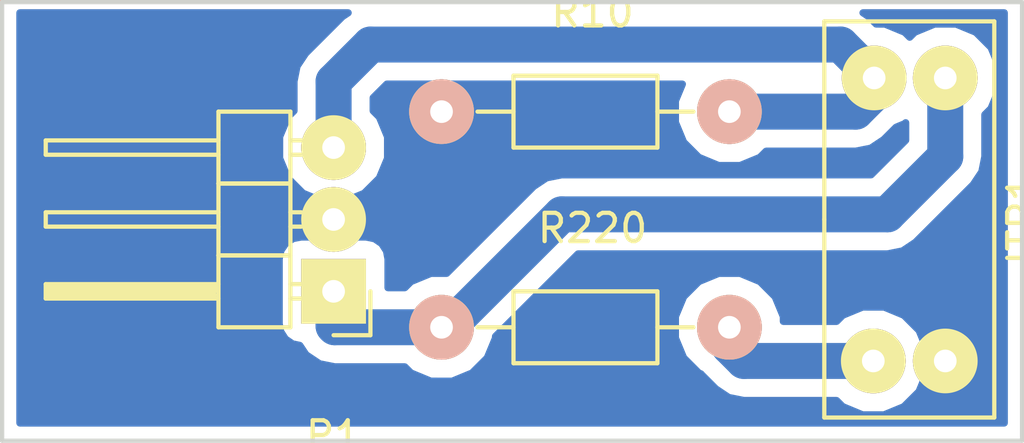
<source format=kicad_pcb>
(kicad_pcb (version 4) (host pcbnew 4.0.1-3.201512221401+6198~38~ubuntu15.10.1-stable)

  (general
    (links 7)
    (no_connects 0)
    (area 127.899999 90.899999 165.43 115.73)
    (thickness 1.6)
    (drawings 25)
    (tracks 20)
    (zones 0)
    (modules 4)
    (nets 5)
  )

  (page A4)
  (layers
    (0 F.Cu signal hide)
    (31 B.Cu signal)
    (32 B.Adhes user hide)
    (33 F.Adhes user hide)
    (34 B.Paste user hide)
    (35 F.Paste user hide)
    (36 B.SilkS user hide)
    (37 F.SilkS user hide)
    (38 B.Mask user hide)
    (39 F.Mask user hide)
    (40 Dwgs.User user)
    (41 Cmts.User user hide)
    (42 Eco1.User user hide)
    (43 Eco2.User user hide)
    (44 Edge.Cuts user)
    (45 Margin user hide)
    (46 B.CrtYd user hide)
    (47 F.CrtYd user hide)
    (48 B.Fab user hide)
    (49 F.Fab user hide)
  )

  (setup
    (last_trace_width 1.27)
    (trace_clearance 0.635)
    (zone_clearance 0.508)
    (zone_45_only no)
    (trace_min 0.2)
    (segment_width 0.2)
    (edge_width 0.15)
    (via_size 0.6)
    (via_drill 0.4)
    (via_min_size 0.4)
    (via_min_drill 0.3)
    (uvia_size 0.3)
    (uvia_drill 0.1)
    (uvias_allowed no)
    (uvia_min_size 0)
    (uvia_min_drill 0)
    (pcb_text_width 0.3)
    (pcb_text_size 1.5 1.5)
    (mod_edge_width 0.15)
    (mod_text_size 1 1)
    (mod_text_width 0.15)
    (pad_size 2.286 2.286)
    (pad_drill 0.8)
    (pad_to_mask_clearance 0.2)
    (aux_axis_origin 0 0)
    (visible_elements FFFFFF7F)
    (pcbplotparams
      (layerselection 0x00100_00000000)
      (usegerberextensions false)
      (excludeedgelayer true)
      (linewidth 0.100000)
      (plotframeref false)
      (viasonmask false)
      (mode 1)
      (useauxorigin false)
      (hpglpennumber 1)
      (hpglpenspeed 20)
      (hpglpendiameter 15)
      (hpglpenoverlay 2)
      (psnegative false)
      (psa4output false)
      (plotreference true)
      (plotvalue true)
      (plotinvisibletext false)
      (padsonsilk false)
      (subtractmaskfromsilk false)
      (outputformat 1)
      (mirror false)
      (drillshape 0)
      (scaleselection 1)
      (outputdirectory ""))
  )

  (net 0 "")
  (net 1 "Net-(ITR1-Pad1)")
  (net 2 GND)
  (net 3 VCC)
  (net 4 /Signal)

  (net_class Default "This is the default net class."
    (clearance 0.635)
    (trace_width 1.27)
    (via_dia 0.6)
    (via_drill 0.4)
    (uvia_dia 0.3)
    (uvia_drill 0.1)
    (add_net /Signal)
    (add_net GND)
    (add_net "Net-(ITR1-Pad1)")
    (add_net VCC)
  )

  (module Pin_Headers:Pin_Header_Angled_1x03 (layer F.Cu) (tedit 569F790F) (tstamp 5699244F)
    (at 139.7 109.22 180)
    (descr "Through hole pin header")
    (tags "pin header")
    (path /569922CF)
    (fp_text reference P1 (at 0 -5.1 180) (layer F.SilkS)
      (effects (font (size 1 1) (thickness 0.15)))
    )
    (fp_text value CONN_01X03 (at 0 -3.1 180) (layer F.Fab)
      (effects (font (size 1 1) (thickness 0.15)))
    )
    (fp_line (start -1.5 -1.75) (end -1.5 6.85) (layer F.CrtYd) (width 0.05))
    (fp_line (start 10.65 -1.75) (end 10.65 6.85) (layer F.CrtYd) (width 0.05))
    (fp_line (start -1.5 -1.75) (end 10.65 -1.75) (layer F.CrtYd) (width 0.05))
    (fp_line (start -1.5 6.85) (end 10.65 6.85) (layer F.CrtYd) (width 0.05))
    (fp_line (start -1.3 -1.55) (end -1.3 0) (layer F.SilkS) (width 0.15))
    (fp_line (start 0 -1.55) (end -1.3 -1.55) (layer F.SilkS) (width 0.15))
    (fp_line (start 4.191 -0.127) (end 10.033 -0.127) (layer F.SilkS) (width 0.15))
    (fp_line (start 10.033 -0.127) (end 10.033 0.127) (layer F.SilkS) (width 0.15))
    (fp_line (start 10.033 0.127) (end 4.191 0.127) (layer F.SilkS) (width 0.15))
    (fp_line (start 4.191 0.127) (end 4.191 0) (layer F.SilkS) (width 0.15))
    (fp_line (start 4.191 0) (end 10.033 0) (layer F.SilkS) (width 0.15))
    (fp_line (start 1.524 -0.254) (end 1.143 -0.254) (layer F.SilkS) (width 0.15))
    (fp_line (start 1.524 0.254) (end 1.143 0.254) (layer F.SilkS) (width 0.15))
    (fp_line (start 1.524 2.286) (end 1.143 2.286) (layer F.SilkS) (width 0.15))
    (fp_line (start 1.524 2.794) (end 1.143 2.794) (layer F.SilkS) (width 0.15))
    (fp_line (start 1.524 4.826) (end 1.143 4.826) (layer F.SilkS) (width 0.15))
    (fp_line (start 1.524 5.334) (end 1.143 5.334) (layer F.SilkS) (width 0.15))
    (fp_line (start 4.064 1.27) (end 4.064 -1.27) (layer F.SilkS) (width 0.15))
    (fp_line (start 10.16 0.254) (end 4.064 0.254) (layer F.SilkS) (width 0.15))
    (fp_line (start 10.16 -0.254) (end 10.16 0.254) (layer F.SilkS) (width 0.15))
    (fp_line (start 4.064 -0.254) (end 10.16 -0.254) (layer F.SilkS) (width 0.15))
    (fp_line (start 1.524 1.27) (end 4.064 1.27) (layer F.SilkS) (width 0.15))
    (fp_line (start 1.524 -1.27) (end 1.524 1.27) (layer F.SilkS) (width 0.15))
    (fp_line (start 1.524 -1.27) (end 4.064 -1.27) (layer F.SilkS) (width 0.15))
    (fp_line (start 1.524 3.81) (end 4.064 3.81) (layer F.SilkS) (width 0.15))
    (fp_line (start 1.524 3.81) (end 1.524 6.35) (layer F.SilkS) (width 0.15))
    (fp_line (start 4.064 4.826) (end 10.16 4.826) (layer F.SilkS) (width 0.15))
    (fp_line (start 10.16 4.826) (end 10.16 5.334) (layer F.SilkS) (width 0.15))
    (fp_line (start 10.16 5.334) (end 4.064 5.334) (layer F.SilkS) (width 0.15))
    (fp_line (start 4.064 6.35) (end 4.064 3.81) (layer F.SilkS) (width 0.15))
    (fp_line (start 4.064 3.81) (end 4.064 1.27) (layer F.SilkS) (width 0.15))
    (fp_line (start 10.16 2.794) (end 4.064 2.794) (layer F.SilkS) (width 0.15))
    (fp_line (start 10.16 2.286) (end 10.16 2.794) (layer F.SilkS) (width 0.15))
    (fp_line (start 4.064 2.286) (end 10.16 2.286) (layer F.SilkS) (width 0.15))
    (fp_line (start 1.524 3.81) (end 4.064 3.81) (layer F.SilkS) (width 0.15))
    (fp_line (start 1.524 1.27) (end 1.524 3.81) (layer F.SilkS) (width 0.15))
    (fp_line (start 1.524 1.27) (end 4.064 1.27) (layer F.SilkS) (width 0.15))
    (fp_line (start 1.524 6.35) (end 4.064 6.35) (layer F.SilkS) (width 0.15))
    (pad 1 thru_hole rect (at 0 0 180) (size 2.286 2.286) (drill 0.8) (layers *.Cu *.Mask F.SilkS)
      (net 3 VCC))
    (pad 2 thru_hole circle (at 0 2.54 180) (size 2.286 2.286) (drill 0.8) (layers *.Cu *.Mask F.SilkS)
      (net 2 GND))
    (pad 3 thru_hole circle (at 0 5.08 180) (size 2.286 2.286) (drill 0.8) (layers *.Cu *.Mask F.SilkS)
      (net 4 /Signal))
    (model Pin_Headers.3dshapes/Pin_Header_Angled_1x03.wrl
      (at (xyz 0 -0.1 0))
      (scale (xyz 1 1 1))
      (rotate (xyz 0 0 90))
    )
  )

  (module opto:ITR9608 (layer F.Cu) (tedit 569F7944) (tstamp 56992448)
    (at 160.02 106.68 90)
    (path /569920A6)
    (fp_text reference ITR1 (at 0 4 90) (layer F.SilkS)
      (effects (font (size 1 1) (thickness 0.15)))
    )
    (fp_text value ITR9608 (at 0 -4 90) (layer F.Fab)
      (effects (font (size 1 1) (thickness 0.15)))
    )
    (fp_line (start 0 -3) (end -7 -3) (layer F.SilkS) (width 0.15))
    (fp_line (start -7 -3) (end -7 3) (layer F.SilkS) (width 0.15))
    (fp_line (start -7 3) (end 7 3) (layer F.SilkS) (width 0.15))
    (fp_line (start 7 3) (end 7 -3) (layer F.SilkS) (width 0.15))
    (fp_line (start 7 -3) (end 0 -3) (layer F.SilkS) (width 0.15))
    (pad 1 thru_hole circle (at -5 -1.27 90) (size 2.286 2.286) (drill 0.8) (layers *.Cu *.Mask F.SilkS)
      (net 1 "Net-(ITR1-Pad1)"))
    (pad 2 thru_hole circle (at -5 1.27 90) (size 2.286 2.286) (drill 0.8) (layers *.Cu *.Mask F.SilkS)
      (net 2 GND))
    (pad 4 thru_hole circle (at 5 1.27 90) (size 2.286 2.286) (drill 0.8) (layers *.Cu *.Mask F.SilkS)
      (net 3 VCC))
    (pad 3 thru_hole circle (at 5 -1.24 90) (size 2.286 2.286) (drill 0.8) (layers *.Cu *.Mask F.SilkS)
      (net 4 /Signal))
  )

  (module Resistors_ThroughHole:Resistor_Horizontal_RM10mm (layer F.Cu) (tedit 569F792B) (tstamp 56992455)
    (at 148.59 102.87)
    (descr "Resistor, Axial,  RM 10mm, 1/3W,")
    (tags "Resistor, Axial, RM 10mm, 1/3W,")
    (path /56991F5D)
    (fp_text reference R10 (at 0.24892 -3.50012) (layer F.SilkS)
      (effects (font (size 1 1) (thickness 0.15)))
    )
    (fp_text value R (at 3.81 3.81) (layer F.Fab)
      (effects (font (size 1 1) (thickness 0.15)))
    )
    (fp_line (start -2.54 -1.27) (end 2.54 -1.27) (layer F.SilkS) (width 0.15))
    (fp_line (start 2.54 -1.27) (end 2.54 1.27) (layer F.SilkS) (width 0.15))
    (fp_line (start 2.54 1.27) (end -2.54 1.27) (layer F.SilkS) (width 0.15))
    (fp_line (start -2.54 1.27) (end -2.54 -1.27) (layer F.SilkS) (width 0.15))
    (fp_line (start -2.54 0) (end -3.81 0) (layer F.SilkS) (width 0.15))
    (fp_line (start 2.54 0) (end 3.81 0) (layer F.SilkS) (width 0.15))
    (pad 1 thru_hole circle (at -5.08 0) (size 2.286 2.286) (drill 0.8) (layers *.Cu *.SilkS *.Mask)
      (net 2 GND))
    (pad 2 thru_hole circle (at 5.08 0) (size 2.286 2.286) (drill 0.8) (layers *.Cu *.SilkS *.Mask)
      (net 4 /Signal))
    (model Resistors_ThroughHole.3dshapes/Resistor_Horizontal_RM10mm.wrl
      (at (xyz 0 0 0))
      (scale (xyz 0.4 0.4 0.4))
      (rotate (xyz 0 0 0))
    )
  )

  (module Resistors_ThroughHole:Resistor_Horizontal_RM10mm (layer F.Cu) (tedit 569F7931) (tstamp 5699245B)
    (at 148.59 110.49)
    (descr "Resistor, Axial,  RM 10mm, 1/3W,")
    (tags "Resistor, Axial, RM 10mm, 1/3W,")
    (path /56991ECA)
    (fp_text reference R220 (at 0.24892 -3.50012) (layer F.SilkS)
      (effects (font (size 1 1) (thickness 0.15)))
    )
    (fp_text value R (at 3.81 3.81) (layer F.Fab)
      (effects (font (size 1 1) (thickness 0.15)))
    )
    (fp_line (start -2.54 -1.27) (end 2.54 -1.27) (layer F.SilkS) (width 0.15))
    (fp_line (start 2.54 -1.27) (end 2.54 1.27) (layer F.SilkS) (width 0.15))
    (fp_line (start 2.54 1.27) (end -2.54 1.27) (layer F.SilkS) (width 0.15))
    (fp_line (start -2.54 1.27) (end -2.54 -1.27) (layer F.SilkS) (width 0.15))
    (fp_line (start -2.54 0) (end -3.81 0) (layer F.SilkS) (width 0.15))
    (fp_line (start 2.54 0) (end 3.81 0) (layer F.SilkS) (width 0.15))
    (pad 1 thru_hole circle (at -5.08 0) (size 2.286 2.286) (drill 0.8) (layers *.Cu *.SilkS *.Mask)
      (net 3 VCC))
    (pad 2 thru_hole circle (at 5.08 0) (size 2.286 2.286) (drill 0.8) (layers *.Cu *.SilkS *.Mask)
      (net 1 "Net-(ITR1-Pad1)"))
    (model Resistors_ThroughHole.3dshapes/Resistor_Horizontal_RM10mm.wrl
      (at (xyz 0 0 0))
      (scale (xyz 0.4 0.4 0.4))
      (rotate (xyz 0 0 0))
    )
  )

  (gr_line (start 131.332805 101.014576) (end 131.332805 101.014576) (layer Dwgs.User) (width 0.1))
  (gr_line (start 135.728774 101.968996) (end 131.332805 101.014576) (layer Dwgs.User) (width 0.1))
  (gr_line (start 136.268701 102.779989) (end 135.728774 101.968996) (layer Dwgs.User) (width 0.1))
  (gr_line (start 135.624588 105.214297) (end 136.268701 102.779989) (layer Dwgs.User) (width 0.1))
  (gr_line (start 134.623594 105.711008) (end 135.624588 105.214297) (layer Dwgs.User) (width 0.1))
  (gr_line (start 133.09879 105.363367) (end 134.623594 105.711008) (layer Dwgs.User) (width 0.1))
  (gr_line (start 131.284453 112.287435) (end 133.09879 105.363367) (layer Dwgs.User) (width 0.1))
  (gr_line (start 130.36865 112.047377) (end 131.284453 112.287435) (layer Dwgs.User) (width 0.1))
  (gr_line (start 132.174929 105.15266) (end 130.36865 112.047377) (layer Dwgs.User) (width 0.1))
  (gr_line (start 130.522915 104.776175) (end 132.174929 105.15266) (layer Dwgs.User) (width 0.1))
  (gr_line (start 129.889163 103.878285) (end 130.522915 104.776175) (layer Dwgs.User) (width 0.1))
  (gr_line (start 130.334113 101.63682) (end 129.889163 103.878285) (layer Dwgs.User) (width 0.1))
  (gr_line (start 131.332805 101.014576) (end 130.334113 101.63682) (layer Dwgs.User) (width 0.1))
  (gr_line (start 128 114.5) (end 164 114.5) (angle 90) (layer Edge.Cuts) (width 0.15))
  (gr_line (start 128 99) (end 128 114.5) (angle 90) (layer Edge.Cuts) (width 0.15))
  (gr_line (start 164 99) (end 128 99) (angle 90) (layer Edge.Cuts) (width 0.15))
  (gr_line (start 164 114.5) (end 164 99) (angle 90) (layer Edge.Cuts) (width 0.15))
  (gr_line (start 154 91) (end 141 91) (angle 90) (layer B.SilkS) (width 0.2))
  (gr_line (start 136 91) (end 154 91) (angle 90) (layer B.SilkS) (width 0.2))
  (gr_line (start 128 99) (end 136 91) (angle 90) (layer B.SilkS) (width 0.2))
  (gr_line (start 163.83 99.06) (end 162.56 99.06) (angle 90) (layer F.Fab) (width 0.2))
  (gr_line (start 163.83 114.3) (end 163.83 99.06) (angle 90) (layer F.Fab) (width 0.2))
  (gr_line (start 128.27 114.3) (end 163.83 114.3) (angle 90) (layer F.Fab) (width 0.2))
  (gr_line (start 128.27 99.06) (end 128.27 114.3) (angle 90) (layer F.Fab) (width 0.2))
  (gr_line (start 162.56 99.06) (end 128.27 99.06) (angle 90) (layer F.Fab) (width 0.2))

  (segment (start 153.67 110.49) (end 153.67 111.17) (width 1.27) (layer B.Cu) (net 1))
  (segment (start 153.67 111.17) (end 154.18 111.68) (width 1.27) (layer B.Cu) (net 1) (tstamp 569F777E))
  (segment (start 154.18 111.68) (end 158.75 111.68) (width 1.27) (layer B.Cu) (net 1) (tstamp 569F7784))
  (segment (start 158.67 111.76) (end 158.75 111.68) (width 0.25) (layer B.Cu) (net 1) (tstamp 56992675))
  (segment (start 143.51 110.49) (end 143.76 110.49) (width 1.27) (layer B.Cu) (net 3))
  (segment (start 143.76 110.49) (end 147.75 106.5) (width 1.27) (layer B.Cu) (net 3) (tstamp 569F778C))
  (segment (start 161.29 104.46) (end 161.29 101.68) (width 1.27) (layer B.Cu) (net 3) (tstamp 569F7799))
  (segment (start 159.25 106.5) (end 161.29 104.46) (width 1.27) (layer B.Cu) (net 3) (tstamp 569F7795))
  (segment (start 147.75 106.5) (end 159.25 106.5) (width 1.27) (layer B.Cu) (net 3) (tstamp 569F7790))
  (segment (start 139.7 109.22) (end 139.7 110.45) (width 1.27) (layer B.Cu) (net 3))
  (segment (start 139.74 110.49) (end 143.51 110.49) (width 1.27) (layer B.Cu) (net 3) (tstamp 569F777A))
  (segment (start 139.7 110.45) (end 139.74 110.49) (width 1.27) (layer B.Cu) (net 3) (tstamp 569F7772))
  (segment (start 161.29 101.68) (end 161.29 101.6) (width 0.25) (layer B.Cu) (net 3))
  (segment (start 153.67 102.87) (end 158.13 102.87) (width 1.27) (layer B.Cu) (net 4))
  (segment (start 158.13 102.87) (end 158.78 102.22) (width 1.27) (layer B.Cu) (net 4) (tstamp 569F775A))
  (segment (start 158.78 102.22) (end 158.78 101.68) (width 1.27) (layer B.Cu) (net 4) (tstamp 569F775C))
  (segment (start 139.7 104.14) (end 139.7 101.8) (width 1.27) (layer B.Cu) (net 4))
  (segment (start 157.6 100.5) (end 158.78 101.68) (width 1.27) (layer B.Cu) (net 4) (tstamp 569F7738))
  (segment (start 141 100.5) (end 157.6 100.5) (width 1.27) (layer B.Cu) (net 4) (tstamp 569F7733))
  (segment (start 139.7 101.8) (end 141 100.5) (width 1.27) (layer B.Cu) (net 4) (tstamp 569F7730))

  (zone (net 2) (net_name GND) (layer B.Cu) (tstamp 569F77B6) (hatch edge 0.508)
    (connect_pads yes (clearance 0.508))
    (min_thickness 0.254)
    (fill yes (arc_segments 16) (thermal_gap 0.254) (thermal_bridge_width 1.016))
    (polygon
      (pts
        (xy 128.5 99.25) (xy 128.5 114) (xy 163.5 114) (xy 163.5 99.25)
      )
    )
    (filled_polygon
      (pts
        (xy 140.012172 99.512172) (xy 138.712172 100.812172) (xy 138.40934 101.265391) (xy 138.303 101.8) (xy 138.303 102.842835)
        (xy 138.085961 103.059495) (xy 137.795332 103.75941) (xy 137.79467 104.517265) (xy 138.084078 105.217686) (xy 138.619495 105.754039)
        (xy 139.31941 106.044668) (xy 140.077265 106.04533) (xy 140.777686 105.755922) (xy 141.314039 105.220505) (xy 141.604668 104.52059)
        (xy 141.60533 103.762735) (xy 141.315922 103.062314) (xy 141.097 102.843009) (xy 141.097 102.378656) (xy 141.578656 101.897)
        (xy 152.011321 101.897) (xy 151.765332 102.48941) (xy 151.76467 103.247265) (xy 152.054078 103.947686) (xy 152.589495 104.484039)
        (xy 153.28941 104.774668) (xy 154.047265 104.77533) (xy 154.747686 104.485922) (xy 154.966991 104.267) (xy 158.13 104.267)
        (xy 158.664609 104.16066) (xy 159.117828 103.857828) (xy 159.554432 103.421224) (xy 159.857686 103.295922) (xy 159.893 103.26067)
        (xy 159.893 103.881344) (xy 158.671344 105.103) (xy 147.75 105.103) (xy 147.215391 105.20934) (xy 146.762172 105.512172)
        (xy 143.689188 108.585156) (xy 143.132735 108.58467) (xy 142.432314 108.874078) (xy 142.213009 109.093) (xy 141.619928 109.093)
        (xy 141.619928 108.077) (xy 141.566795 107.79462) (xy 141.399908 107.535271) (xy 141.145269 107.361283) (xy 140.843 107.300072)
        (xy 138.557 107.300072) (xy 138.27462 107.353205) (xy 138.015271 107.520092) (xy 137.841283 107.774731) (xy 137.780072 108.077)
        (xy 137.780072 110.363) (xy 137.833205 110.64538) (xy 138.000092 110.904729) (xy 138.254731 111.078717) (xy 138.506255 111.129652)
        (xy 138.712172 111.437828) (xy 138.752172 111.477828) (xy 139.205391 111.78066) (xy 139.74 111.887) (xy 142.212835 111.887)
        (xy 142.429495 112.104039) (xy 143.12941 112.394668) (xy 143.887265 112.39533) (xy 144.587686 112.105922) (xy 145.124039 111.570505)
        (xy 145.414668 110.87059) (xy 145.41467 110.867265) (xy 151.76467 110.867265) (xy 152.054078 111.567686) (xy 152.589495 112.104039)
        (xy 152.668017 112.136644) (xy 152.682172 112.157828) (xy 153.192172 112.667828) (xy 153.645391 112.97066) (xy 154.18 113.077)
        (xy 157.452835 113.077) (xy 157.669495 113.294039) (xy 158.36941 113.584668) (xy 159.127265 113.58533) (xy 159.827686 113.295922)
        (xy 160.364039 112.760505) (xy 160.654668 112.06059) (xy 160.65533 111.302735) (xy 160.365922 110.602314) (xy 159.830505 110.065961)
        (xy 159.13059 109.775332) (xy 158.372735 109.77467) (xy 157.672314 110.064078) (xy 157.453009 110.283) (xy 155.575181 110.283)
        (xy 155.57533 110.112735) (xy 155.285922 109.412314) (xy 154.750505 108.875961) (xy 154.05059 108.585332) (xy 153.292735 108.58467)
        (xy 152.592314 108.874078) (xy 152.055961 109.409495) (xy 151.765332 110.10941) (xy 151.76467 110.867265) (xy 145.41467 110.867265)
        (xy 145.41472 110.810936) (xy 148.328656 107.897) (xy 159.25 107.897) (xy 159.784609 107.79066) (xy 160.237828 107.487828)
        (xy 162.277828 105.447828) (xy 162.58066 104.994609) (xy 162.687 104.46) (xy 162.687 102.977165) (xy 162.904039 102.760505)
        (xy 163.194668 102.06059) (xy 163.19533 101.302735) (xy 162.905922 100.602314) (xy 162.370505 100.065961) (xy 161.67059 99.775332)
        (xy 160.912735 99.77467) (xy 160.212314 100.064078) (xy 160.035161 100.240922) (xy 159.860505 100.065961) (xy 159.16059 99.775332)
        (xy 158.850717 99.775061) (xy 158.587828 99.512172) (xy 158.385529 99.377) (xy 163.373 99.377) (xy 163.373 113.873)
        (xy 128.627 113.873) (xy 128.627 99.377) (xy 140.214471 99.377)
      )
    )
  )
)

</source>
